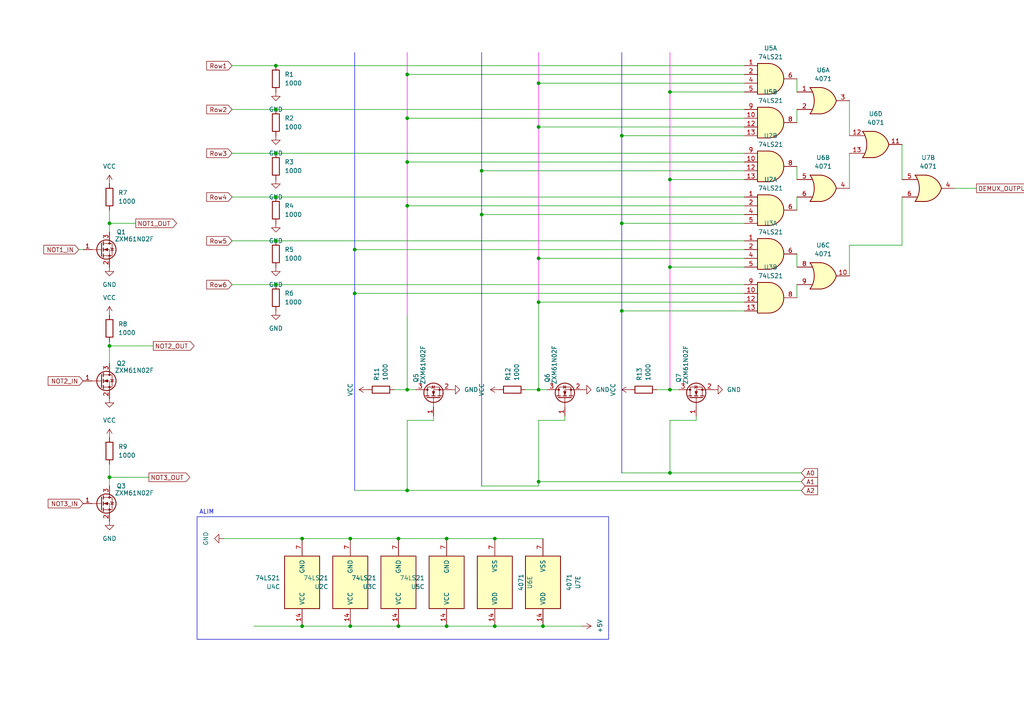
<source format=kicad_sch>
(kicad_sch (version 20231120) (generator "eeschema") (generator_version "8.0")
  (paper "A4")
  (lib_symbols
    (symbol "4xxx:4071" (pin_names (offset 1.016))
      (property "Reference" "U" (at 0 1.27 0))
      (property "Value" "4071" (at 0 -1.27 0))
      (symbol "4071_1_1"
        (arc (start -3.81 -3.81) (mid -2.589 0) (end -3.81 3.81) (stroke (width 0.254)))
        (arc (start -0.6096 -3.81) (mid 2.1842 -2.5851) (end 3.81 0) (stroke (width 0.254)) (fill (type background)))
        (polyline (pts (xy -3.81 -3.81) (xy -0.635 -3.81)) (stroke (width 0.254)) (fill (type background)))
        (polyline (pts (xy -3.81 3.81) (xy -0.635 3.81)) (stroke (width 0.254)) (fill (type background)))
        (polyline (pts (xy -0.635 3.81) (xy -3.81 3.81) (xy -3.81 3.81) (xy -3.556 3.4036) (xy -3.0226 2.2606) (xy -2.6924 1.0414) (xy -2.6162 -0.254) (xy -2.7686 -1.4986) (xy -3.175 -2.7178) (xy -3.81 -3.81) (xy -3.81 -3.81) (xy -0.635 -3.81)) (stroke (width -25.4)) (fill (type background)))
        (arc (start 3.81 0) (mid 2.1915 2.5936) (end -0.6096 3.81) (stroke (width 0.254)) (fill (type background)))
        (pin input line (at -7.62 2.54 0) (length 4.318) (name "~") (number "1"))
        (pin input line (at -7.62 -2.54 0) (length 4.318) (name "~") (number "2"))
        (pin output line (at 7.62 0 180) (length 3.81) (name "~") (number "3"))
      )
      (symbol "4071_1_2"
        (arc (start 0 -3.81) (mid 3.7934 0) (end 0 3.81) (stroke (width 0.254)) (fill (type background)))
        (polyline (pts (xy 0 3.81) (xy -3.81 3.81) (xy -3.81 -3.81) (xy 0 -3.81)) (stroke (width 0.254)) (fill (type background)))
        (pin input inverted (at -7.62 2.54 0) (length 3.81) (name "~") (number "1"))
        (pin input inverted (at -7.62 -2.54 0) (length 3.81) (name "~") (number "2"))
        (pin output inverted (at 7.62 0 180) (length 3.81) (name "~") (number "3"))
      )
      (symbol "4071_2_1"
        (arc (start -3.81 -3.81) (mid -2.589 0) (end -3.81 3.81) (stroke (width 0.254)))
        (arc (start -0.6096 -3.81) (mid 2.1842 -2.5851) (end 3.81 0) (stroke (width 0.254)) (fill (type background)))
        (polyline (pts (xy -3.81 -3.81) (xy -0.635 -3.81)) (stroke (width 0.254)) (fill (type background)))
        (polyline (pts (xy -3.81 3.81) (xy -0.635 3.81)) (stroke (width 0.254)) (fill (type background)))
        (polyline (pts (xy -0.635 3.81) (xy -3.81 3.81) (xy -3.81 3.81) (xy -3.556 3.4036) (xy -3.0226 2.2606) (xy -2.6924 1.0414) (xy -2.6162 -0.254) (xy -2.7686 -1.4986) (xy -3.175 -2.7178) (xy -3.81 -3.81) (xy -3.81 -3.81) (xy -0.635 -3.81)) (stroke (width -25.4)) (fill (type background)))
        (arc (start 3.81 0) (mid 2.1915 2.5936) (end -0.6096 3.81) (stroke (width 0.254)) (fill (type background)))
        (pin output line (at 7.62 0 180) (length 3.81) (name "~") (number "4"))
        (pin input line (at -7.62 2.54 0) (length 4.318) (name "~") (number "5"))
        (pin input line (at -7.62 -2.54 0) (length 4.318) (name "~") (number "6"))
      )
      (symbol "4071_2_2"
        (arc (start 0 -3.81) (mid 3.7934 0) (end 0 3.81) (stroke (width 0.254)) (fill (type background)))
        (polyline (pts (xy 0 3.81) (xy -3.81 3.81) (xy -3.81 -3.81) (xy 0 -3.81)) (stroke (width 0.254)) (fill (type background)))
        (pin output inverted (at 7.62 0 180) (length 3.81) (name "~") (number "4"))
        (pin input inverted (at -7.62 2.54 0) (length 3.81) (name "~") (number "5"))
        (pin input inverted (at -7.62 -2.54 0) (length 3.81) (name "~") (number "6"))
      )
      (symbol "4071_3_1"
        (arc (start -3.81 -3.81) (mid -2.589 0) (end -3.81 3.81) (stroke (width 0.254)))
        (arc (start -0.6096 -3.81) (mid 2.1842 -2.5851) (end 3.81 0) (stroke (width 0.254)) (fill (type background)))
        (polyline (pts (xy -3.81 -3.81) (xy -0.635 -3.81)) (stroke (width 0.254)) (fill (type background)))
        (polyline (pts (xy -3.81 3.81) (xy -0.635 3.81)) (stroke (width 0.254)) (fill (type background)))
        (polyline (pts (xy -0.635 3.81) (xy -3.81 3.81) (xy -3.81 3.81) (xy -3.556 3.4036) (xy -3.0226 2.2606) (xy -2.6924 1.0414) (xy -2.6162 -0.254) (xy -2.7686 -1.4986) (xy -3.175 -2.7178) (xy -3.81 -3.81) (xy -3.81 -3.81) (xy -0.635 -3.81)) (stroke (width -25.4)) (fill (type background)))
        (arc (start 3.81 0) (mid 2.1915 2.5936) (end -0.6096 3.81) (stroke (width 0.254)) (fill (type background)))
        (pin output line (at 7.62 0 180) (length 3.81) (name "~") (number "10"))
        (pin input line (at -7.62 2.54 0) (length 4.318) (name "~") (number "8"))
        (pin input line (at -7.62 -2.54 0) (length 4.318) (name "~") (number "9"))
      )
      (symbol "4071_3_2"
        (arc (start 0 -3.81) (mid 3.7934 0) (end 0 3.81) (stroke (width 0.254)) (fill (type background)))
        (polyline (pts (xy 0 3.81) (xy -3.81 3.81) (xy -3.81 -3.81) (xy 0 -3.81)) (stroke (width 0.254)) (fill (type background)))
        (pin output inverted (at 7.62 0 180) (length 3.81) (name "~") (number "10"))
        (pin input inverted (at -7.62 2.54 0) (length 3.81) (name "~") (number "8"))
        (pin input inverted (at -7.62 -2.54 0) (length 3.81) (name "~") (number "9"))
      )
      (symbol "4071_4_1"
        (arc (start -3.81 -3.81) (mid -2.589 0) (end -3.81 3.81) (stroke (width 0.254)))
        (arc (start -0.6096 -3.81) (mid 2.1842 -2.5851) (end 3.81 0) (stroke (width 0.254)) (fill (type background)))
        (polyline (pts (xy -3.81 -3.81) (xy -0.635 -3.81)) (stroke (width 0.254)) (fill (type background)))
        (polyline (pts (xy -3.81 3.81) (xy -0.635 3.81)) (stroke (width 0.254)) (fill (type background)))
        (polyline (pts (xy -0.635 3.81) (xy -3.81 3.81) (xy -3.81 3.81) (xy -3.556 3.4036) (xy -3.0226 2.2606) (xy -2.6924 1.0414) (xy -2.6162 -0.254) (xy -2.7686 -1.4986) (xy -3.175 -2.7178) (xy -3.81 -3.81) (xy -3.81 -3.81) (xy -0.635 -3.81)) (stroke (width -25.4)) (fill (type background)))
        (arc (start 3.81 0) (mid 2.1915 2.5936) (end -0.6096 3.81) (stroke (width 0.254)) (fill (type background)))
        (pin output line (at 7.62 0 180) (length 3.81) (name "~") (number "11"))
        (pin input line (at -7.62 2.54 0) (length 4.318) (name "~") (number "12"))
        (pin input line (at -7.62 -2.54 0) (length 4.318) (name "~") (number "13"))
      )
      (symbol "4071_4_2"
        (arc (start 0 -3.81) (mid 3.7934 0) (end 0 3.81) (stroke (width 0.254)) (fill (type background)))
        (polyline (pts (xy 0 3.81) (xy -3.81 3.81) (xy -3.81 -3.81) (xy 0 -3.81)) (stroke (width 0.254)) (fill (type background)))
        (pin output inverted (at 7.62 0 180) (length 3.81) (name "~") (number "11"))
        (pin input inverted (at -7.62 2.54 0) (length 3.81) (name "~") (number "12"))
        (pin input inverted (at -7.62 -2.54 0) (length 3.81) (name "~") (number "13"))
      )
      (symbol "4071_5_0"
        (pin power_in line (at 0 12.7 270) (length 5.08) (name "VDD") (number "14"))
        (pin power_in line (at 0 -12.7 90) (length 5.08) (name "VSS") (number "7"))
      )
      (symbol "4071_5_1"
        (rectangle (start -5.08 7.62) (end 5.08 -7.62) (stroke (width 0.254)) (fill (type background)))
      )
    )
    (symbol "74xx:74LS21" (pin_names (offset 1.016))
      (property "Reference" "U" (at 0 1.27 0))
      (property "Value" "74LS21" (at 0 -1.27 0))
      (symbol "74LS21_1_1"
        (arc (start -0.635 -4.445) (mid 3.7907 0) (end -0.635 4.445) (stroke (width 0.254)) (fill (type background)))
        (polyline (pts (xy -0.635 4.445) (xy -3.81 4.445) (xy -3.81 -4.445) (xy -0.635 -4.445)) (stroke (width 0.254)) (fill (type background)))
        (pin input line (at -7.62 3.81 0) (length 3.81) (name "~") (number "1"))
        (pin input line (at -7.62 1.27 0) (length 3.81) (name "~") (number "2"))
        (pin input line (at -7.62 -1.27 0) (length 3.81) (name "~") (number "4"))
        (pin input line (at -7.62 -3.81 0) (length 3.81) (name "~") (number "5"))
        (pin output line (at 7.62 0 180) (length 3.81) (name "~") (number "6"))
      )
      (symbol "74LS21_1_2"
        (arc (start -3.81 -4.445) (mid -2.5908 0) (end -3.81 4.445) (stroke (width 0.254)))
        (arc (start -0.6096 -4.445) (mid 2.2246 -2.8422) (end 3.81 0) (stroke (width 0.254)) (fill (type background)))
        (polyline (pts (xy -3.81 -4.445) (xy -0.635 -4.445)) (stroke (width 0.254)) (fill (type background)))
        (polyline (pts (xy -3.81 4.445) (xy -0.635 4.445)) (stroke (width 0.254)) (fill (type background)))
        (polyline (pts (xy -0.635 4.445) (xy -3.81 4.445) (xy -3.81 4.445) (xy -3.6322 4.0894) (xy -3.0988 2.921) (xy -2.7686 1.6764) (xy -2.6162 0.4318) (xy -2.6416 -0.8636) (xy -2.8702 -2.1082) (xy -3.2512 -3.3274) (xy -3.81 -4.445) (xy -3.81 -4.445) (xy -0.635 -4.445)) (stroke (width -25.4)) (fill (type background)))
        (arc (start 3.81 0) (mid 2.2204 2.8379) (end -0.6096 4.445) (stroke (width 0.254)) (fill (type background)))
        (pin input inverted (at -7.62 3.81 0) (length 3.81) (name "~") (number "1"))
        (pin input inverted (at -7.62 1.27 0) (length 4.826) (name "~") (number "2"))
        (pin input inverted (at -7.62 -1.27 0) (length 4.826) (name "~") (number "4"))
        (pin input inverted (at -7.62 -3.81 0) (length 3.81) (name "~") (number "5"))
        (pin output inverted (at 7.62 0 180) (length 3.81) (name "~") (number "6"))
      )
      (symbol "74LS21_2_1"
        (arc (start -0.635 -4.445) (mid 3.7907 0) (end -0.635 4.445) (stroke (width 0.254)) (fill (type background)))
        (polyline (pts (xy -0.635 4.445) (xy -3.81 4.445) (xy -3.81 -4.445) (xy -0.635 -4.445)) (stroke (width 0.254)) (fill (type background)))
        (pin input line (at -7.62 1.27 0) (length 3.81) (name "~") (number "10"))
        (pin input line (at -7.62 -1.27 0) (length 3.81) (name "~") (number "12"))
        (pin input line (at -7.62 -3.81 0) (length 3.81) (name "~") (number "13"))
        (pin output line (at 7.62 0 180) (length 3.81) (name "~") (number "8"))
        (pin input line (at -7.62 3.81 0) (length 3.81) (name "~") (number "9"))
      )
      (symbol "74LS21_2_2"
        (arc (start -3.81 -4.445) (mid -2.5908 0) (end -3.81 4.445) (stroke (width 0.254)))
        (arc (start -0.6096 -4.445) (mid 2.2246 -2.8422) (end 3.81 0) (stroke (width 0.254)) (fill (type background)))
        (polyline (pts (xy -3.81 -4.445) (xy -0.635 -4.445)) (stroke (width 0.254)) (fill (type background)))
        (polyline (pts (xy -3.81 4.445) (xy -0.635 4.445)) (stroke (width 0.254)) (fill (type background)))
        (polyline (pts (xy -0.635 4.445) (xy -3.81 4.445) (xy -3.81 4.445) (xy -3.6322 4.0894) (xy -3.0988 2.921) (xy -2.7686 1.6764) (xy -2.6162 0.4318) (xy -2.6416 -0.8636) (xy -2.8702 -2.1082) (xy -3.2512 -3.3274) (xy -3.81 -4.445) (xy -3.81 -4.445) (xy -0.635 -4.445)) (stroke (width -25.4)) (fill (type background)))
        (arc (start 3.81 0) (mid 2.2204 2.8379) (end -0.6096 4.445) (stroke (width 0.254)) (fill (type background)))
        (pin input inverted (at -7.62 1.27 0) (length 4.826) (name "~") (number "10"))
        (pin input inverted (at -7.62 -1.27 0) (length 4.826) (name "~") (number "12"))
        (pin input inverted (at -7.62 -3.81 0) (length 3.81) (name "~") (number "13"))
        (pin output inverted (at 7.62 0 180) (length 3.81) (name "~") (number "8"))
        (pin input inverted (at -7.62 3.81 0) (length 3.81) (name "~") (number "9"))
      )
      (symbol "74LS21_3_0"
        (pin power_in line (at 0 12.7 270) (length 5.08) (name "VCC") (number "14"))
        (pin power_in line (at 0 -12.7 90) (length 5.08) (name "GND") (number "7"))
      )
      (symbol "74LS21_3_1"
        (rectangle (start -5.08 7.62) (end 5.08 -7.62) (stroke (width 0.254)) (fill (type background)))
      )
    )
    (symbol "Device:R" (pin_numbers hide) (pin_names (offset 0))
      (property "Reference" "R" (at 2.032 0 90))
      (property "Value" "R" (at 0 0 90))
      (symbol "R_0_1"
        (rectangle (start -1.016 -2.54) (end 1.016 2.54) (stroke (width 0.254)))
      )
      (symbol "R_1_1"
        (pin passive line (at 0 3.81 270) (length 1.27) (name "~") (number "1"))
        (pin passive line (at 0 -3.81 90) (length 1.27) (name "~") (number "2"))
      )
    )
    (symbol "Transistor_FET:ZXM61N02F" (pin_names hide)
      (property "Reference" "Q" (at 5.08 1.905 0))
      (property "Value" "ZXM61N02F" (at 5.08 0 0))
      (symbol "ZXM61N02F_0_1"
        (polyline (pts (xy 0.254 0) (xy -2.54 0)))
        (polyline (pts (xy 0.254 1.905) (xy 0.254 -1.905)) (stroke (width 0.254)))
        (polyline (pts (xy 0.762 -1.27) (xy 0.762 -2.286)) (stroke (width 0.254)))
        (polyline (pts (xy 0.762 0.508) (xy 0.762 -0.508)) (stroke (width 0.254)))
        (polyline (pts (xy 0.762 2.286) (xy 0.762 1.27)) (stroke (width 0.254)))
        (polyline (pts (xy 2.54 2.54) (xy 2.54 1.778)))
        (polyline (pts (xy 2.54 -2.54) (xy 2.54 0) (xy 0.762 0)))
        (polyline (pts (xy 0.762 -1.778) (xy 3.302 -1.778) (xy 3.302 1.778) (xy 0.762 1.778)))
        (polyline (pts (xy 1.016 0) (xy 2.032 0.381) (xy 2.032 -0.381) (xy 1.016 0)) (fill (type outline)))
        (polyline (pts (xy 2.794 0.508) (xy 2.921 0.381) (xy 3.683 0.381) (xy 3.81 0.254)))
        (polyline (pts (xy 3.302 0.381) (xy 2.921 -0.254) (xy 3.683 -0.254) (xy 3.302 0.381)))
        (circle (center 1.651 0) (radius 2.794) (stroke (width 0.254)))
        (circle (center 2.54 -1.778) (radius 0.254) (fill (type outline)))
        (circle (center 2.54 1.778) (radius 0.254) (fill (type outline)))
      )
      (symbol "ZXM61N02F_1_1"
        (pin input line (at -5.08 0 0) (length 2.54) (name "G") (number "1"))
        (pin passive line (at 2.54 -5.08 90) (length 2.54) (name "S") (number "2"))
        (pin passive line (at 2.54 5.08 270) (length 2.54) (name "D") (number "3"))
      )
    )
    (symbol "power:+5V" (power) (pin_numbers hide) (pin_names (offset 0) hide)
      (property "Value" "+5V" (at 0 3.556 0))
      (symbol "+5V_0_1"
        (polyline (pts (xy -0.762 1.27) (xy 0 2.54)))
        (polyline (pts (xy 0 0) (xy 0 2.54)))
        (polyline (pts (xy 0 2.54) (xy 0.762 1.27)))
      )
      (symbol "+5V_1_1"
        (pin power_in line (at 0 0 90) (length 0) (name "~") (number "1"))
      )
    )
    (symbol "power:GND" (power) (pin_numbers hide) (pin_names (offset 0) hide)
      (property "Value" "GND" (at 0 -3.81 0))
      (symbol "GND_0_1"
        (polyline (pts (xy 0 0) (xy 0 -1.27) (xy 1.27 -1.27) (xy 0 -2.54) (xy -1.27 -1.27) (xy 0 -1.27)))
      )
      (symbol "GND_1_1"
        (pin power_in line (at 0 0 270) (length 0) (name "~") (number "1"))
      )
    )
    (symbol "power:VCC" (power) (pin_numbers hide) (pin_names (offset 0) hide)
      (property "Value" "VCC" (at 0 3.556 0))
      (symbol "VCC_0_1"
        (polyline (pts (xy -0.762 1.27) (xy 0 2.54)))
        (polyline (pts (xy 0 0) (xy 0 2.54)))
        (polyline (pts (xy 0 2.54) (xy 0.762 1.27)))
      )
      (symbol "VCC_1_1"
        (pin power_in line (at 0 0 90) (length 0) (name "~") (number "1"))
      )
    )
  )
  (junction (at 87.63 181.61))
  (junction (at 102.87 85.09))
  (junction (at 156.21 74.93))
  (junction (at 180.34 90.17))
  (junction (at 118.11 113.03))
  (junction (at 118.11 34.29))
  (junction (at 143.51 156.21))
  (junction (at 194.31 52.07))
  (junction (at 194.31 113.03))
  (junction (at 156.21 139.7))
  (junction (at 129.54 156.21))
  (junction (at 31.75 64.77))
  (junction (at 118.11 46.99))
  (junction (at 143.51 181.61))
  (junction (at 194.31 137.16))
  (junction (at 101.6 181.61))
  (junction (at 156.21 36.83))
  (junction (at 115.57 181.61))
  (junction (at 118.11 59.69))
  (junction (at 115.57 156.21))
  (junction (at 80.01 69.85))
  (junction (at 156.21 87.63))
  (junction (at 118.11 142.24))
  (junction (at 80.01 57.15))
  (junction (at 156.21 24.13))
  (junction (at 180.34 39.37))
  (junction (at 129.54 181.61))
  (junction (at 139.7 62.23))
  (junction (at 118.11 21.59))
  (junction (at 80.01 82.55))
  (junction (at 139.7 49.53))
  (junction (at 156.21 113.03))
  (junction (at 80.01 31.75))
  (junction (at 180.34 64.77))
  (junction (at 194.31 26.67))
  (junction (at 31.75 138.43))
  (junction (at 102.87 72.39))
  (junction (at 101.6 156.21))
  (junction (at 157.48 181.61))
  (junction (at 80.01 44.45))
  (junction (at 87.63 156.21))
  (junction (at 80.01 19.05))
  (junction (at 194.31 77.47))
  (junction (at 31.75 100.33))
  (wire (pts (xy 101.6 181.61) (xy 87.63 181.61)))
  (wire (pts (xy 129.54 156.21) (xy 115.57 156.21)))
  (wire (pts (xy 156.21 113.03) (xy 152.4 113.03)))
  (wire (pts (xy 156.21 24.13) (xy 215.9 24.13)))
  (wire (pts (xy 139.7 15.24) (xy 139.7 49.53)) (stroke (width 0) (color 0 0 255 1)))
  (wire (pts (xy 180.34 15.24) (xy 180.34 39.37)) (stroke (width 0) (color 0 0 255 1)))
  (wire (pts (xy 194.31 52.07) (xy 194.31 77.47)) (stroke (width 0) (color 255 0 255 1)))
  (wire (pts (xy 24.13 72.39) (xy 22.86 72.39)))
  (wire (pts (xy 31.75 64.77) (xy 39.37 64.77)))
  (wire (pts (xy 115.57 156.21) (xy 101.6 156.21)))
  (wire (pts (xy 156.21 87.63) (xy 215.9 87.63)))
  (wire (pts (xy 67.31 82.55) (xy 80.01 82.55)))
  (wire (pts (xy 115.57 181.61) (xy 101.6 181.61)))
  (wire (pts (xy 139.7 49.53) (xy 139.7 62.23)) (stroke (width 0) (color 0 0 255 1)))
  (wire (pts (xy 80.01 19.05) (xy 215.9 19.05)))
  (wire (pts (xy 156.21 140.97) (xy 139.7 140.97)))
  (wire (pts (xy 102.87 85.09) (xy 102.87 142.24)) (stroke (width 0) (color 0 0 255 1)))
  (wire (pts (xy 246.38 71.12) (xy 246.38 80.01)))
  (wire (pts (xy 67.31 44.45) (xy 80.01 44.45)))
  (wire (pts (xy 125.73 120.65) (xy 125.73 121.92)))
  (wire (pts (xy 31.75 100.33) (xy 31.75 105.41)))
  (wire (pts (xy 194.31 137.16) (xy 180.34 137.16)))
  (wire (pts (xy 67.31 69.85) (xy 80.01 69.85)))
  (wire (pts (xy 87.63 181.61) (xy 73.66 181.61)))
  (wire (pts (xy 157.48 156.21) (xy 143.51 156.21)))
  (wire (pts (xy 118.11 121.92) (xy 118.11 142.24)))
  (wire (pts (xy 180.34 90.17) (xy 215.9 90.17)))
  (wire (pts (xy 67.31 57.15) (xy 80.01 57.15)))
  (wire (pts (xy 101.6 156.21) (xy 87.63 156.21)))
  (wire (pts (xy 31.75 138.43) (xy 43.18 138.43)))
  (wire (pts (xy 118.11 34.29) (xy 215.9 34.29)))
  (wire (pts (xy 231.14 82.55) (xy 231.14 86.36)))
  (wire (pts (xy 231.14 57.15) (xy 231.14 60.96)))
  (wire (pts (xy 120.65 113.03) (xy 118.11 113.03)))
  (wire (pts (xy 64.77 156.21) (xy 87.63 156.21)))
  (wire (pts (xy 31.75 138.43) (xy 31.75 140.97)))
  (wire (pts (xy 180.34 64.77) (xy 215.9 64.77)))
  (wire (pts (xy 180.34 39.37) (xy 215.9 39.37)))
  (wire (pts (xy 231.14 22.86) (xy 231.14 26.67)))
  (wire (pts (xy 194.31 137.16) (xy 232.41 137.16)))
  (wire (pts (xy 246.38 29.21) (xy 246.38 39.37)))
  (wire (pts (xy 157.48 181.61) (xy 143.51 181.61)))
  (wire (pts (xy 163.83 121.92) (xy 156.21 121.92)))
  (wire (pts (xy 201.93 121.92) (xy 194.31 121.92)))
  (wire (pts (xy 156.21 36.83) (xy 156.21 74.93)) (stroke (width 0) (color 255 0 255 1)))
  (wire (pts (xy 180.34 90.17) (xy 180.34 137.16)) (stroke (width 0) (color 0 0 255 1)))
  (wire (pts (xy 31.75 134.62) (xy 31.75 138.43)))
  (wire (pts (xy 194.31 52.07) (xy 215.9 52.07)))
  (wire (pts (xy 118.11 142.24) (xy 232.41 142.24)))
  (wire (pts (xy 156.21 140.97) (xy 156.21 139.7)))
  (wire (pts (xy 139.7 62.23) (xy 215.9 62.23)))
  (wire (pts (xy 139.7 49.53) (xy 215.9 49.53)))
  (wire (pts (xy 246.38 44.45) (xy 246.38 54.61)))
  (wire (pts (xy 156.21 121.92) (xy 156.21 139.7)))
  (wire (pts (xy 158.75 113.03) (xy 156.21 113.03)))
  (wire (pts (xy 190.5 113.03) (xy 194.31 113.03)))
  (wire (pts (xy 118.11 59.69) (xy 215.9 59.69)))
  (wire (pts (xy 194.31 121.92) (xy 194.31 137.16)))
  (wire (pts (xy 261.62 71.12) (xy 261.62 57.15)))
  (wire (pts (xy 156.21 139.7) (xy 232.41 139.7)))
  (wire (pts (xy 118.11 91.44) (xy 118.11 113.03)))
  (wire (pts (xy 261.62 41.91) (xy 261.62 52.07)))
  (wire (pts (xy 80.01 82.55) (xy 215.9 82.55)))
  (wire (pts (xy 194.31 77.47) (xy 215.9 77.47)))
  (wire (pts (xy 118.11 59.69) (xy 118.11 91.44)) (stroke (width 0) (color 255 0 255 1)))
  (wire (pts (xy 156.21 15.24) (xy 156.21 24.13)) (stroke (width 0) (color 255 0 255 1)))
  (wire (pts (xy 143.51 181.61) (xy 129.54 181.61)))
  (wire (pts (xy 31.75 67.31) (xy 31.75 64.77)))
  (wire (pts (xy 102.87 72.39) (xy 215.9 72.39)))
  (wire (pts (xy 102.87 15.24) (xy 102.87 72.39)) (stroke (width 0) (color 0 0 255 1)))
  (wire (pts (xy 194.31 26.67) (xy 194.31 52.07)) (stroke (width 0) (color 255 0 255 1)))
  (wire (pts (xy 156.21 36.83) (xy 215.9 36.83)))
  (wire (pts (xy 143.51 156.21) (xy 129.54 156.21)))
  (wire (pts (xy 44.45 100.33) (xy 31.75 100.33)))
  (wire (pts (xy 118.11 142.24) (xy 102.87 142.24)))
  (wire (pts (xy 118.11 113.03) (xy 114.3 113.03)))
  (wire (pts (xy 231.14 31.75) (xy 231.14 35.56)))
  (wire (pts (xy 156.21 87.63) (xy 156.21 113.03)))
  (wire (pts (xy 129.54 181.61) (xy 115.57 181.61)))
  (wire (pts (xy 31.75 64.77) (xy 31.75 60.96)))
  (wire (pts (xy 194.31 77.47) (xy 194.31 113.03)) (stroke (width 0) (color 255 0 255 1)))
  (wire (pts (xy 180.34 39.37) (xy 180.34 64.77)) (stroke (width 0) (color 0 0 255 1)))
  (wire (pts (xy 156.21 24.13) (xy 156.21 36.83)) (stroke (width 0) (color 255 0 255 1)))
  (wire (pts (xy 67.31 31.75) (xy 80.01 31.75)))
  (wire (pts (xy 231.14 73.66) (xy 231.14 77.47)))
  (wire (pts (xy 102.87 85.09) (xy 215.9 85.09)))
  (wire (pts (xy 180.34 64.77) (xy 180.34 90.17)) (stroke (width 0) (color 0 0 255 1)))
  (wire (pts (xy 80.01 31.75) (xy 215.9 31.75)))
  (wire (pts (xy 118.11 21.59) (xy 118.11 34.29)) (stroke (width 0) (color 255 0 255 1)))
  (wire (pts (xy 156.21 74.93) (xy 215.9 74.93)))
  (wire (pts (xy 194.31 15.24) (xy 194.31 26.67)) (stroke (width 0) (color 255 0 255 1)))
  (wire (pts (xy 201.93 120.65) (xy 201.93 121.92)))
  (wire (pts (xy 139.7 62.23) (xy 139.7 140.97)) (stroke (width 0) (color 0 0 255 1)))
  (wire (pts (xy 276.86 54.61) (xy 283.21 54.61)))
  (wire (pts (xy 118.11 34.29) (xy 118.11 46.99)) (stroke (width 0) (color 255 0 255 1)))
  (wire (pts (xy 118.11 46.99) (xy 118.11 59.69)) (stroke (width 0) (color 255 0 255 1)))
  (wire (pts (xy 118.11 15.24) (xy 118.11 21.59)) (stroke (width 0) (color 255 0 255 1)))
  (wire (pts (xy 118.11 21.59) (xy 215.9 21.59)))
  (wire (pts (xy 156.21 74.93) (xy 156.21 87.63)) (stroke (width 0) (color 255 0 255 1)))
  (wire (pts (xy 194.31 26.67) (xy 215.9 26.67)))
  (wire (pts (xy 125.73 121.92) (xy 118.11 121.92)))
  (wire (pts (xy 246.38 71.12) (xy 261.62 71.12)))
  (wire (pts (xy 80.01 69.85) (xy 215.9 69.85)))
  (wire (pts (xy 231.14 48.26) (xy 231.14 52.07)))
  (wire (pts (xy 168.91 181.61) (xy 157.48 181.61)))
  (wire (pts (xy 102.87 72.39) (xy 102.87 85.09)) (stroke (width 0) (color 0 0 255 1)))
  (wire (pts (xy 194.31 113.03) (xy 196.85 113.03)))
  (wire (pts (xy 118.11 46.99) (xy 215.9 46.99)))
  (wire (pts (xy 31.75 99.06) (xy 31.75 100.33)))
  (wire (pts (xy 67.31 19.05) (xy 80.01 19.05)))
  (wire (pts (xy 163.83 120.65) (xy 163.83 121.92)))
  (wire (pts (xy 80.01 44.45) (xy 215.9 44.45)))
  (wire (pts (xy 80.01 57.15) (xy 215.9 57.15)))
  (rectangle (start 57.15 149.86) (end 176.53 185.42))
  (text "ALIM\n" (at 59.944 148.59 0) (effects (font (size 1.27 1.27))))
  (global_label "NOT2_OUT" (shape output) (at 44.45 100.33 0) (property "Intersheetrefs" "${INTERSHEET_REFS}" (effects (hide yes))))
  (global_label "A1" (shape input) (at 232.41 139.7 0) (property "Intersheetrefs" "${INTERSHEET_REFS}" (effects (hide yes))))
  (global_label "A2" (shape input) (at 232.41 142.24 0) (property "Intersheetrefs" "${INTERSHEET_REFS}" (effects (hide yes))))
  (global_label "NOT3_IN" (shape input) (at 24.13 146.05 180) (property "Intersheetrefs" "${INTERSHEET_REFS}" (effects (hide yes))))
  (global_label "A0" (shape input) (at 232.41 137.16 0) (property "Intersheetrefs" "${INTERSHEET_REFS}" (effects (hide yes))))
  (global_label "NOT2_IN" (shape input) (at 24.13 110.49 180) (property "Intersheetrefs" "${INTERSHEET_REFS}" (effects (hide yes))))
  (global_label "Row4" (shape input) (at 67.31 57.15 180) (property "Intersheetrefs" "${INTERSHEET_REFS}" (effects (hide yes))))
  (global_label "Row2" (shape input) (at 67.31 31.75 180) (property "Intersheetrefs" "${INTERSHEET_REFS}" (effects (hide yes))))
  (global_label "Row6" (shape input) (at 67.31 82.55 180) (property "Intersheetrefs" "${INTERSHEET_REFS}" (effects (hide yes))))
  (global_label "Row5" (shape input) (at 67.31 69.85 180) (property "Intersheetrefs" "${INTERSHEET_REFS}" (effects (hide yes))))
  (global_label "NOT3_OUT" (shape output) (at 43.18 138.43 0) (property "Intersheetrefs" "${INTERSHEET_REFS}" (effects (hide yes))))
  (global_label "DEMUX_OUTPUT" (shape output) (at 283.21 54.61 0) (property "Intersheetrefs" "${INTERSHEET_REFS}" (effects (hide yes))))
  (global_label "Row1" (shape input) (at 67.31 19.05 180) (property "Intersheetrefs" "${INTERSHEET_REFS}" (effects (hide yes))))
  (global_label "NOT1_IN" (shape input) (at 22.86 72.39 180) (property "Intersheetrefs" "${INTERSHEET_REFS}" (effects (hide yes))))
  (global_label "Row3" (shape input) (at 67.31 44.45 180) (property "Intersheetrefs" "${INTERSHEET_REFS}" (effects (hide yes))))
  (global_label "NOT1_OUT" (shape output) (at 39.37 64.77 0) (property "Intersheetrefs" "${INTERSHEET_REFS}" (effects (hide yes))))
  (symbol (lib_id "74xx:74LS21") (at 115.57 168.91 180) (unit 3)
    (property "Reference" "U3" (at 109.22 170.1801 0) (effects (justify left)))
    (property "Value" "74LS21" (at 109.22 167.6401 0) (effects (justify left)))
    (property "Footprint" "Package_DIP:DIP-14_W7.62mm" (effects (hide yes)))
    (property "Datasheet" "http://www.ti.com/lit/gpn/sn74LS21" (effects (hide yes)))
    (property "Description" "Dual 4-input AND" (effects (hide yes)))
  )
  (symbol (lib_id "74xx:74LS21") (at 101.6 168.91 180) (unit 3)
    (property "Reference" "U2" (at 95.25 170.1801 0) (effects (justify left)))
    (property "Value" "74LS21" (at 95.25 167.6401 0) (effects (justify left)))
    (property "Footprint" "Package_DIP:DIP-14_W7.62mm" (effects (hide yes)))
    (property "Datasheet" "http://www.ti.com/lit/gpn/sn74LS21" (effects (hide yes)))
    (property "Description" "Dual 4-input AND" (effects (hide yes)))
  )
  (symbol (lib_id "power:GND") (at 80.01 90.17 0) (unit 1)
    (property "Reference" "#PWR08" (effects (hide yes)))
    (property "Value" "GND" (at 80.01 95.25 0))
    (property "Description" "Power symbol creates a global label with name \"GND\" , ground" (effects (hide yes)))
  )
  (symbol (lib_id "74xx:74LS21") (at 223.52 73.66 0) (unit 1)
    (property "Reference" "U3" (at 223.5103 64.77 0))
    (property "Value" "74LS21" (at 223.5103 67.31 0))
    (property "Footprint" "Package_DIP:DIP-14_W7.62mm" (effects (hide yes)))
    (property "Datasheet" "http://www.ti.com/lit/gpn/sn74LS21" (effects (hide yes)))
    (property "Description" "Dual 4-input AND" (effects (hide yes)))
  )
  (symbol (lib_id "Device:R") (at 186.69 113.03 90) (unit 1)
    (property "Reference" "R13" (at 185.4199 110.49 0) (effects (justify left)))
    (property "Value" "1000" (at 187.9599 110.49 0) (effects (justify left)))
    (property "Footprint" "Resistor_THT:R_Axial_DIN0204_L3.6mm_D1.6mm_P5.08mm_Horizontal" (effects (hide yes)))
    (property "Description" "Resistor" (effects (hide yes)))
  )
  (symbol (lib_id "power:GND") (at 80.01 52.07 0) (unit 1)
    (property "Reference" "#PWR05" (effects (hide yes)))
    (property "Value" "GND" (at 80.01 57.15 0))
    (property "Description" "Power symbol creates a global label with name \"GND\" , ground" (effects (hide yes)))
  )
  (symbol (lib_id "Device:R") (at 80.01 48.26 0) (unit 1)
    (property "Reference" "R3" (at 82.55 46.9899 0) (effects (justify left)))
    (property "Value" "1000" (at 82.55 49.5299 0) (effects (justify left)))
    (property "Footprint" "Resistor_THT:R_Axial_DIN0204_L3.6mm_D1.6mm_P5.08mm_Horizontal" (effects (hide yes)))
    (property "Description" "Resistor" (effects (hide yes)))
  )
  (symbol (lib_id "Transistor_FET:ZXM61N02F") (at 163.83 115.57 90) (unit 1)
    (property "Reference" "Q6" (at 158.75 110.998 0) (effects (justify left)))
    (property "Value" "ZXM61N02F" (at 160.782 111.506 0) (effects (justify left)))
    (property "Footprint" "Package_TO_SOT_SMD:SOT-23" (effects (hide yes)))
    (property "Datasheet" "http://www.diodes.com/assets/Datasheets/ZXM61N02F.pdf" (effects (hide yes)))
    (property "Description" "1.7A Id, 20V Vds, N-Channel MOSFET, SOT-23" (effects (hide yes)))
  )
  (symbol (lib_id "Device:R") (at 80.01 73.66 0) (unit 1)
    (property "Reference" "R5" (at 82.55 72.3899 0) (effects (justify left)))
    (property "Value" "1000" (at 82.55 74.9299 0) (effects (justify left)))
    (property "Footprint" "Resistor_THT:R_Axial_DIN0204_L3.6mm_D1.6mm_P5.08mm_Horizontal" (effects (hide yes)))
    (property "Description" "Resistor" (effects (hide yes)))
  )
  (symbol (lib_id "Device:R") (at 31.75 130.81 0) (unit 1)
    (property "Reference" "R9" (at 34.29 129.5399 0) (effects (justify left)))
    (property "Value" "1000" (at 34.29 132.0799 0) (effects (justify left)))
    (property "Footprint" "Resistor_THT:R_Axial_DIN0204_L3.6mm_D1.6mm_P5.08mm_Horizontal" (effects (hide yes)))
    (property "Description" "Resistor" (effects (hide yes)))
  )
  (symbol (lib_id "Transistor_FET:ZXM61N02F") (at 29.21 72.39 0) (unit 1)
    (property "Reference" "Q1" (at 33.782 67.31 0) (effects (justify left)))
    (property "Value" "ZXM61N02F" (at 33.274 69.342 0) (effects (justify left)))
    (property "Footprint" "Package_TO_SOT_SMD:SOT-23" (effects (hide yes)))
    (property "Datasheet" "http://www.diodes.com/assets/Datasheets/ZXM61N02F.pdf" (effects (hide yes)))
    (property "Description" "1.7A Id, 20V Vds, N-Channel MOSFET, SOT-23" (effects (hide yes)))
  )
  (symbol (lib_id "74xx:74LS21") (at 223.52 60.96 0) (unit 1)
    (property "Reference" "U2" (at 223.5103 52.07 0))
    (property "Value" "74LS21" (at 223.5103 54.61 0))
    (property "Footprint" "Package_DIP:DIP-14_W7.62mm" (effects (hide yes)))
    (property "Datasheet" "http://www.ti.com/lit/gpn/sn74LS21" (effects (hide yes)))
    (property "Description" "Dual 4-input AND" (effects (hide yes)))
  )
  (symbol (lib_id "4xxx:4071") (at 269.24 54.61 0) (unit 2)
    (property "Reference" "U7" (at 269.24 45.72 0))
    (property "Value" "4071" (at 269.24 48.26 0))
    (property "Footprint" "Package_DIP:DIP-14_W7.62mm" (effects (hide yes)))
    (property "Datasheet" "http://www.intersil.com/content/dam/Intersil/documents/cd40/cd4071bms-72bms-75bms.pdf" (effects (hide yes)))
    (property "Description" "Quad Or 2 inputs" (effects (hide yes)))
  )
  (symbol (lib_id "power:VCC") (at 182.88 113.03 90) (unit 1)
    (property "Reference" "#PWR026" (effects (hide yes)))
    (property "Value" "VCC" (at 177.8 113.03 0))
    (property "Description" "Power symbol creates a global label with name \"VCC\"" (effects (hide yes)))
  )
  (symbol (lib_id "power:VCC") (at 31.75 91.44 0) (unit 1)
    (property "Reference" "#PWR018" (effects (hide yes)))
    (property "Value" "VCC" (at 31.75 86.36 0))
    (property "Description" "Power symbol creates a global label with name \"VCC\"" (effects (hide yes)))
  )
  (symbol (lib_id "power:VCC") (at 144.78 113.03 90) (unit 1)
    (property "Reference" "#PWR025" (effects (hide yes)))
    (property "Value" "VCC" (at 139.7 113.03 0))
    (property "Description" "Power symbol creates a global label with name \"VCC\"" (effects (hide yes)))
  )
  (symbol (lib_id "4xxx:4071") (at 254 41.91 0) (unit 4)
    (property "Reference" "U6" (at 254 33.02 0))
    (property "Value" "4071" (at 254 35.56 0))
    (property "Footprint" "Package_DIP:DIP-14_W7.62mm" (effects (hide yes)))
    (property "Datasheet" "http://www.intersil.com/content/dam/Intersil/documents/cd40/cd4071bms-72bms-75bms.pdf" (effects (hide yes)))
    (property "Description" "Quad Or 2 inputs" (effects (hide yes)))
  )
  (symbol (lib_id "74xx:74LS21") (at 129.54 168.91 180) (unit 3)
    (property "Reference" "U5" (at 123.19 170.1801 0) (effects (justify left)))
    (property "Value" "74LS21" (at 123.19 167.6401 0) (effects (justify left)))
    (property "Footprint" "Package_DIP:DIP-14_W7.62mm" (effects (hide yes)))
    (property "Datasheet" "http://www.ti.com/lit/gpn/sn74LS21" (effects (hide yes)))
    (property "Description" "Dual 4-input AND" (effects (hide yes)))
  )
  (symbol (lib_id "power:GND") (at 31.75 77.47 0) (unit 1)
    (property "Reference" "#PWR017" (effects (hide yes)))
    (property "Value" "GND" (at 31.75 82.55 0))
    (property "Description" "Power symbol creates a global label with name \"GND\" , ground" (effects (hide yes)))
  )
  (symbol (lib_id "Device:R") (at 31.75 95.25 0) (unit 1)
    (property "Reference" "R8" (at 34.29 93.9799 0) (effects (justify left)))
    (property "Value" "1000" (at 34.29 96.5199 0) (effects (justify left)))
    (property "Footprint" "Resistor_THT:R_Axial_DIN0204_L3.6mm_D1.6mm_P5.08mm_Horizontal" (effects (hide yes)))
    (property "Description" "Resistor" (effects (hide yes)))
  )
  (symbol (lib_id "Device:R") (at 31.75 57.15 0) (unit 1)
    (property "Reference" "R7" (at 34.29 55.8799 0) (effects (justify left)))
    (property "Value" "1000" (at 34.29 58.4199 0) (effects (justify left)))
    (property "Footprint" "Resistor_THT:R_Axial_DIN0204_L3.6mm_D1.6mm_P5.08mm_Horizontal" (effects (hide yes)))
    (property "Description" "Resistor" (effects (hide yes)))
  )
  (symbol (lib_id "4xxx:4071") (at 238.76 54.61 0) (unit 2)
    (property "Reference" "U6" (at 238.76 45.72 0))
    (property "Value" "4071" (at 238.76 48.26 0))
    (property "Footprint" "Package_DIP:DIP-14_W7.62mm" (effects (hide yes)))
    (property "Datasheet" "http://www.intersil.com/content/dam/Intersil/documents/cd40/cd4071bms-72bms-75bms.pdf" (effects (hide yes)))
    (property "Description" "Quad Or 2 inputs" (effects (hide yes)))
  )
  (symbol (lib_id "power:GND") (at 207.01 113.03 90) (unit 1)
    (property "Reference" "#PWR027" (effects (hide yes)))
    (property "Value" "GND" (at 210.82 113.0299 90) (effects (justify right)))
    (property "Description" "Power symbol creates a global label with name \"GND\" , ground" (effects (hide yes)))
  )
  (symbol (lib_id "Device:R") (at 110.49 113.03 90) (unit 1)
    (property "Reference" "R11" (at 109.2199 110.49 0) (effects (justify left)))
    (property "Value" "1000" (at 111.7599 110.49 0) (effects (justify left)))
    (property "Footprint" "Resistor_THT:R_Axial_DIN0204_L3.6mm_D1.6mm_P5.08mm_Horizontal" (effects (hide yes)))
    (property "Description" "Resistor" (effects (hide yes)))
  )
  (symbol (lib_id "74xx:74LS21") (at 223.52 35.56 0) (unit 2)
    (property "Reference" "U5" (at 223.5103 26.67 0))
    (property "Value" "74LS21" (at 223.5103 29.21 0))
    (property "Footprint" "Package_DIP:DIP-14_W7.62mm" (effects (hide yes)))
    (property "Datasheet" "http://www.ti.com/lit/gpn/sn74LS21" (effects (hide yes)))
    (property "Description" "Dual 4-input AND" (effects (hide yes)))
  )
  (symbol (lib_id "4xxx:4071") (at 157.48 168.91 180) (unit 5)
    (property "Reference" "U7" (at 167.64 168.91 90))
    (property "Value" "4071" (at 165.1 168.91 90))
    (property "Footprint" "Package_DIP:DIP-14_W7.62mm" (effects (hide yes)))
    (property "Datasheet" "http://www.intersil.com/content/dam/Intersil/documents/cd40/cd4071bms-72bms-75bms.pdf" (effects (hide yes)))
    (property "Description" "Quad Or 2 inputs" (effects (hide yes)))
  )
  (symbol (lib_id "Device:R") (at 148.59 113.03 90) (unit 1)
    (property "Reference" "R12" (at 147.3199 110.49 0) (effects (justify left)))
    (property "Value" "1000" (at 149.8599 110.49 0) (effects (justify left)))
    (property "Footprint" "Resistor_THT:R_Axial_DIN0204_L3.6mm_D1.6mm_P5.08mm_Horizontal" (effects (hide yes)))
    (property "Description" "Resistor" (effects (hide yes)))
  )
  (symbol (lib_id "power:+5V") (at 168.91 181.61 270) (unit 1)
    (property "Reference" "#PWR01" (effects (hide yes)))
    (property "Value" "+5V" (at 173.99 181.61 0))
    (property "Description" "Power symbol creates a global label with name \"+5V\"" (effects (hide yes)))
  )
  (symbol (lib_id "Device:R") (at 80.01 22.86 0) (unit 1)
    (property "Reference" "R1" (at 82.55 21.5899 0) (effects (justify left)))
    (property "Value" "1000" (at 82.55 24.1299 0) (effects (justify left)))
    (property "Footprint" "Resistor_THT:R_Axial_DIN0204_L3.6mm_D1.6mm_P5.08mm_Horizontal" (effects (hide yes)))
    (property "Description" "Resistor" (effects (hide yes)))
  )
  (symbol (lib_id "power:VCC") (at 31.75 127 0) (unit 1)
    (property "Reference" "#PWR020" (effects (hide yes)))
    (property "Value" "VCC" (at 31.75 121.92 0))
    (property "Description" "Power symbol creates a global label with name \"VCC\"" (effects (hide yes)))
  )
  (symbol (lib_id "4xxx:4071") (at 238.76 29.21 0) (unit 1)
    (property "Reference" "U6" (at 238.76 20.32 0))
    (property "Value" "4071" (at 238.76 22.86 0))
    (property "Footprint" "Package_DIP:DIP-14_W7.62mm" (effects (hide yes)))
    (property "Datasheet" "http://www.intersil.com/content/dam/Intersil/documents/cd40/cd4071bms-72bms-75bms.pdf" (effects (hide yes)))
    (property "Description" "Quad Or 2 inputs" (effects (hide yes)))
  )
  (symbol (lib_id "Transistor_FET:ZXM61N02F") (at 29.21 146.05 0) (unit 1)
    (property "Reference" "Q3" (at 33.782 140.97 0) (effects (justify left)))
    (property "Value" "ZXM61N02F" (at 33.274 143.002 0) (effects (justify left)))
    (property "Footprint" "Package_TO_SOT_SMD:SOT-23" (effects (hide yes)))
    (property "Datasheet" "http://www.diodes.com/assets/Datasheets/ZXM61N02F.pdf" (effects (hide yes)))
    (property "Description" "1.7A Id, 20V Vds, N-Channel MOSFET, SOT-23" (effects (hide yes)))
  )
  (symbol (lib_id "4xxx:4071") (at 143.51 168.91 180) (unit 5)
    (property "Reference" "U6" (at 153.67 168.91 90))
    (property "Value" "4071" (at 151.13 168.91 90))
    (property "Footprint" "Package_DIP:DIP-14_W7.62mm" (effects (hide yes)))
    (property "Datasheet" "http://www.intersil.com/content/dam/Intersil/documents/cd40/cd4071bms-72bms-75bms.pdf" (effects (hide yes)))
    (property "Description" "Quad Or 2 inputs" (effects (hide yes)))
  )
  (symbol (lib_id "74xx:74LS21") (at 223.52 48.26 0) (unit 2)
    (property "Reference" "U2" (at 223.5103 39.37 0))
    (property "Value" "74LS21" (at 223.5103 41.91 0))
    (property "Footprint" "Package_DIP:DIP-14_W7.62mm" (effects (hide yes)))
    (property "Datasheet" "http://www.ti.com/lit/gpn/sn74LS21" (effects (hide yes)))
    (property "Description" "Dual 4-input AND" (effects (hide yes)))
  )
  (symbol (lib_id "power:GND") (at 80.01 39.37 0) (unit 1)
    (property "Reference" "#PWR04" (effects (hide yes)))
    (property "Value" "GND" (at 80.01 44.45 0))
    (property "Description" "Power symbol creates a global label with name \"GND\" , ground" (effects (hide yes)))
  )
  (symbol (lib_id "74xx:74LS21") (at 223.52 86.36 0) (unit 2)
    (property "Reference" "U3" (at 223.5103 77.47 0))
    (property "Value" "74LS21" (at 223.5103 80.01 0))
    (property "Footprint" "Package_DIP:DIP-14_W7.62mm" (effects (hide yes)))
    (property "Datasheet" "http://www.ti.com/lit/gpn/sn74LS21" (effects (hide yes)))
    (property "Description" "Dual 4-input AND" (effects (hide yes)))
  )
  (symbol (lib_id "power:GND") (at 168.91 113.03 90) (unit 1)
    (property "Reference" "#PWR023" (effects (hide yes)))
    (property "Value" "GND" (at 172.72 113.0299 90) (effects (justify right)))
    (property "Description" "Power symbol creates a global label with name \"GND\" , ground" (effects (hide yes)))
  )
  (symbol (lib_id "power:GND") (at 64.77 156.21 270) (unit 1)
    (property "Reference" "#PWR02" (effects (hide yes)))
    (property "Value" "GND" (at 59.69 156.21 0))
    (property "Description" "Power symbol creates a global label with name \"GND\" , ground" (effects (hide yes)))
  )
  (symbol (lib_id "74xx:74LS21") (at 223.52 22.86 0) (unit 1)
    (property "Reference" "U5" (at 223.5103 13.97 0))
    (property "Value" "74LS21" (at 223.5103 16.51 0))
    (property "Footprint" "Package_DIP:DIP-14_W7.62mm" (effects (hide yes)))
    (property "Datasheet" "http://www.ti.com/lit/gpn/sn74LS21" (effects (hide yes)))
    (property "Description" "Dual 4-input AND" (effects (hide yes)))
  )
  (symbol (lib_id "power:GND") (at 80.01 77.47 0) (unit 1)
    (property "Reference" "#PWR07" (effects (hide yes)))
    (property "Value" "GND" (at 80.01 82.55 0))
    (property "Description" "Power symbol creates a global label with name \"GND\" , ground" (effects (hide yes)))
  )
  (symbol (lib_id "Transistor_FET:ZXM61N02F") (at 29.21 110.49 0) (unit 1)
    (property "Reference" "Q2" (at 33.782 105.41 0) (effects (justify left)))
    (property "Value" "ZXM61N02F" (at 33.274 107.442 0) (effects (justify left)))
    (property "Footprint" "Package_TO_SOT_SMD:SOT-23" (effects (hide yes)))
    (property "Datasheet" "http://www.diodes.com/assets/Datasheets/ZXM61N02F.pdf" (effects (hide yes)))
    (property "Description" "1.7A Id, 20V Vds, N-Channel MOSFET, SOT-23" (effects (hide yes)))
  )
  (symbol (lib_id "74xx:74LS21") (at 87.63 168.91 180) (unit 3)
    (property "Reference" "U4" (at 81.28 170.1801 0) (effects (justify left)))
    (property "Value" "74LS21" (at 81.28 167.6401 0) (effects (justify left)))
    (property "Footprint" "Package_DIP:DIP-14_W7.62mm" (effects (hide yes)))
    (property "Datasheet" "http://www.ti.com/lit/gpn/sn74LS21" (effects (hide yes)))
    (property "Description" "Dual 4-input AND" (effects (hide yes)))
  )
  (symbol (lib_id "Transistor_FET:ZXM61N02F") (at 201.93 115.57 90) (unit 1)
    (property "Reference" "Q7" (at 196.85 110.998 0) (effects (justify left)))
    (property "Value" "ZXM61N02F" (at 198.882 111.506 0) (effects (justify left)))
    (property "Footprint" "Package_TO_SOT_SMD:SOT-23" (effects (hide yes)))
    (property "Datasheet" "http://www.diodes.com/assets/Datasheets/ZXM61N02F.pdf" (effects (hide yes)))
    (property "Description" "1.7A Id, 20V Vds, N-Channel MOSFET, SOT-23" (effects (hide yes)))
  )
  (symbol (lib_id "Transistor_FET:ZXM61N02F") (at 125.73 115.57 90) (unit 1)
    (property "Reference" "Q5" (at 120.65 110.998 0) (effects (justify left)))
    (property "Value" "ZXM61N02F" (at 122.682 111.506 0) (effects (justify left)))
    (property "Footprint" "Package_TO_SOT_SMD:SOT-23" (effects (hide yes)))
    (property "Datasheet" "http://www.diodes.com/assets/Datasheets/ZXM61N02F.pdf" (effects (hide yes)))
    (property "Description" "1.7A Id, 20V Vds, N-Channel MOSFET, SOT-23" (effects (hide yes)))
  )
  (symbol (lib_id "power:GND") (at 80.01 64.77 0) (unit 1)
    (property "Reference" "#PWR06" (effects (hide yes)))
    (property "Value" "GND" (at 80.01 69.85 0))
    (property "Description" "Power symbol creates a global label with name \"GND\" , ground" (effects (hide yes)))
  )
  (symbol (lib_id "Device:R") (at 80.01 86.36 0) (unit 1)
    (property "Reference" "R6" (at 82.55 85.0899 0) (effects (justify left)))
    (property "Value" "1000" (at 82.55 87.6299 0) (effects (justify left)))
    (property "Footprint" "Resistor_THT:R_Axial_DIN0204_L3.6mm_D1.6mm_P5.08mm_Horizontal" (effects (hide yes)))
    (property "Description" "Resistor" (effects (hide yes)))
  )
  (symbol (lib_id "power:GND") (at 80.01 26.67 0) (unit 1)
    (property "Reference" "#PWR03" (effects (hide yes)))
    (property "Value" "GND" (at 80.01 31.75 0))
    (property "Description" "Power symbol creates a global label with name \"GND\" , ground" (effects (hide yes)))
  )
  (symbol (lib_id "power:GND") (at 130.81 113.03 90) (unit 1)
    (property "Reference" "#PWR022" (effects (hide yes)))
    (property "Value" "GND" (at 134.62 113.0299 90) (effects (justify right)))
    (property "Description" "Power symbol creates a global label with name \"GND\" , ground" (effects (hide yes)))
  )
  (symbol (lib_id "4xxx:4071") (at 238.76 80.01 0) (unit 3)
    (property "Reference" "U6" (at 238.76 71.12 0))
    (property "Value" "4071" (at 238.76 73.66 0))
    (property "Footprint" "Package_DIP:DIP-14_W7.62mm" (effects (hide yes)))
    (property "Datasheet" "http://www.intersil.com/content/dam/Intersil/documents/cd40/cd4071bms-72bms-75bms.pdf" (effects (hide yes)))
    (property "Description" "Quad Or 2 inputs" (effects (hide yes)))
  )
  (symbol (lib_id "power:VCC") (at 31.75 53.34 0) (unit 1)
    (property "Reference" "#PWR016" (effects (hide yes)))
    (property "Value" "VCC" (at 31.75 48.26 0))
    (property "Description" "Power symbol creates a global label with name \"VCC\"" (effects (hide yes)))
  )
  (symbol (lib_id "power:VCC") (at 106.68 113.03 90) (unit 1)
    (property "Reference" "#PWR024" (effects (hide yes)))
    (property "Value" "VCC" (at 101.6 113.03 0))
    (property "Description" "Power symbol creates a global label with name \"VCC\"" (effects (hide yes)))
  )
  (symbol (lib_id "Device:R") (at 80.01 35.56 0) (unit 1)
    (property "Reference" "R2" (at 82.55 34.2899 0) (effects (justify left)))
    (property "Value" "1000" (at 82.55 36.8299 0) (effects (justify left)))
    (property "Footprint" "Resistor_THT:R_Axial_DIN0204_L3.6mm_D1.6mm_P5.08mm_Horizontal" (effects (hide yes)))
    (property "Description" "Resistor" (effects (hide yes)))
  )
  (symbol (lib_id "power:GND") (at 31.75 115.57 0) (unit 1)
    (property "Reference" "#PWR019" (effects (hide yes)))
    (property "Value" "GND" (effects (hide yes)))
    (property "Description" "Power symbol creates a global label with name \"GND\" , ground" (effects (hide yes)))
  )
  (symbol (lib_id "power:GND") (at 31.75 151.13 0) (unit 1)
    (property "Reference" "#PWR021" (effects (hide yes)))
    (property "Value" "GND" (at 31.75 156.21 0))
    (property "Description" "Power symbol creates a global label with name \"GND\" , ground" (effects (hide yes)))
  )
  (symbol (lib_id "Device:R") (at 80.01 60.96 0) (unit 1)
    (property "Reference" "R4" (at 82.55 59.6899 0) (effects (justify left)))
    (property "Value" "1000" (at 82.55 62.2299 0) (effects (justify left)))
    (property "Footprint" "Resistor_THT:R_Axial_DIN0204_L3.6mm_D1.6mm_P5.08mm_Horizontal" (effects (hide yes)))
    (property "Description" "Resistor" (effects (hide yes)))
  )
)
</source>
